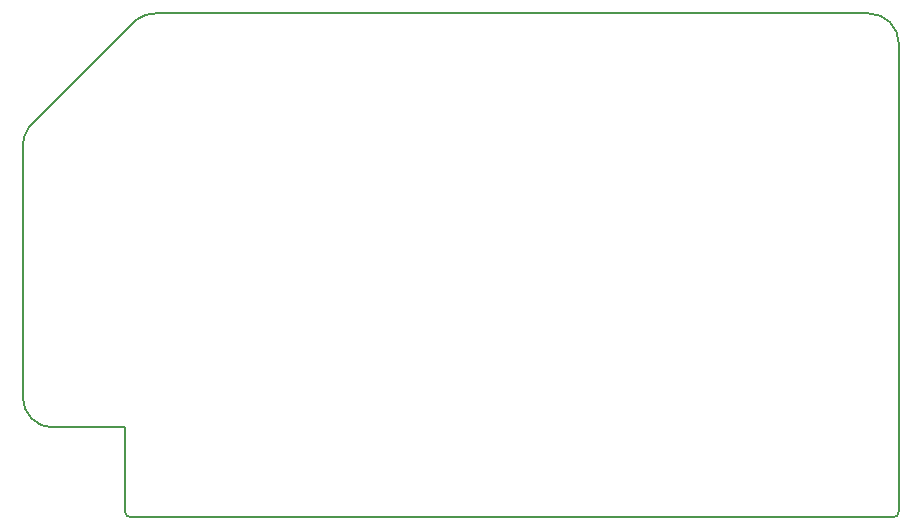
<source format=gm1>
G04 #@! TF.GenerationSoftware,KiCad,Pcbnew,(5.1.5-0-10_14)*
G04 #@! TF.CreationDate,2021-01-05T21:43:12-05:00*
G04 #@! TF.ProjectId,RAM128,52414d31-3238-42e6-9b69-6361645f7063,rev?*
G04 #@! TF.SameCoordinates,Original*
G04 #@! TF.FileFunction,Profile,NP*
%FSLAX46Y46*%
G04 Gerber Fmt 4.6, Leading zero omitted, Abs format (unit mm)*
G04 Created by KiCad (PCBNEW (5.1.5-0-10_14)) date 2021-01-05 21:43:12*
%MOMM*%
%LPD*%
G04 APERTURE LIST*
%ADD10C,0.150000*%
G04 APERTURE END LIST*
D10*
X139446000Y-99568000D02*
X139446000Y-132080000D01*
X65278000Y-108204000D02*
X65278000Y-129540000D01*
X65786001Y-106679999D02*
X74930000Y-97536000D01*
X74930000Y-97536000D02*
G75*
G02X76454000Y-97028000I1524000J-2032000D01*
G01*
X76454000Y-97028000D02*
X136906000Y-97028000D01*
X67818000Y-132080000D02*
X73914000Y-132080000D01*
X65786001Y-106679999D02*
G75*
G03X65278000Y-108204000I2031999J-1524001D01*
G01*
X136906000Y-97028000D02*
G75*
G02X139446000Y-99568000I0J-2540000D01*
G01*
X139446000Y-132080000D02*
X139446000Y-139192000D01*
X67818000Y-132080000D02*
G75*
G02X65278000Y-129540000I0J2540000D01*
G01*
X73914000Y-132080000D02*
X73914000Y-139192000D01*
X139446000Y-139192000D02*
G75*
G02X138938000Y-139700000I-508000J0D01*
G01*
X74422000Y-139700000D02*
G75*
G02X73914000Y-139192000I0J508000D01*
G01*
X138938000Y-139700000D02*
X74422000Y-139700000D01*
M02*

</source>
